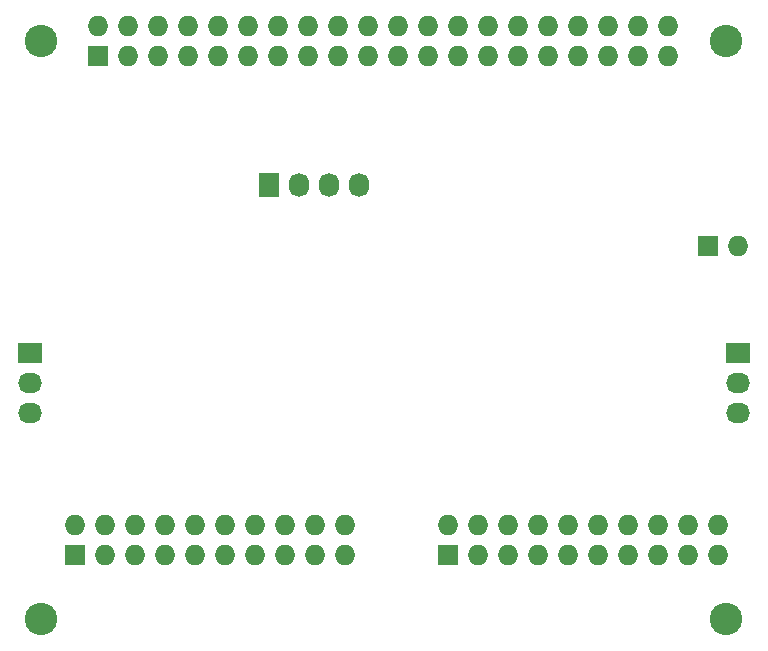
<source format=gbr>
G04 #@! TF.FileFunction,Soldermask,Bot*
%FSLAX46Y46*%
G04 Gerber Fmt 4.6, Leading zero omitted, Abs format (unit mm)*
G04 Created by KiCad (PCBNEW 4.0.1-stable) date 5/21/2016 11:07:08 PM*
%MOMM*%
G01*
G04 APERTURE LIST*
%ADD10C,0.150000*%
%ADD11R,2.032000X1.727200*%
%ADD12O,2.032000X1.727200*%
%ADD13R,1.727200X1.727200*%
%ADD14O,1.727200X1.727200*%
%ADD15C,2.750000*%
%ADD16R,1.727200X2.032000*%
%ADD17O,1.727200X2.032000*%
G04 APERTURE END LIST*
D10*
D11*
X62546000Y-29916000D03*
D12*
X62546000Y-32456000D03*
X62546000Y-34996000D03*
D11*
X2602000Y-29916000D03*
D12*
X2602000Y-32456000D03*
X2602000Y-34996000D03*
D13*
X6361200Y-47035600D03*
D14*
X6361200Y-44495600D03*
X8901200Y-47035600D03*
X8901200Y-44495600D03*
X11441200Y-47035600D03*
X11441200Y-44495600D03*
X13981200Y-47035600D03*
X13981200Y-44495600D03*
X16521200Y-47035600D03*
X16521200Y-44495600D03*
X19061200Y-47035600D03*
X19061200Y-44495600D03*
X21601200Y-47035600D03*
X21601200Y-44495600D03*
X24141200Y-47035600D03*
X24141200Y-44495600D03*
X26681200Y-47035600D03*
X26681200Y-44495600D03*
X29221200Y-47035600D03*
X29221200Y-44495600D03*
D13*
X37958800Y-47035600D03*
D14*
X37958800Y-44495600D03*
X40498800Y-47035600D03*
X40498800Y-44495600D03*
X43038800Y-47035600D03*
X43038800Y-44495600D03*
X45578800Y-47035600D03*
X45578800Y-44495600D03*
X48118800Y-47035600D03*
X48118800Y-44495600D03*
X50658800Y-47035600D03*
X50658800Y-44495600D03*
X53198800Y-47035600D03*
X53198800Y-44495600D03*
X55738800Y-47035600D03*
X55738800Y-44495600D03*
X58278800Y-47035600D03*
X58278800Y-44495600D03*
X60818800Y-47035600D03*
X60818800Y-44495600D03*
D13*
X59942500Y-20899000D03*
D14*
X62482500Y-20899000D03*
D13*
X8370000Y-4770000D03*
D14*
X8370000Y-2230000D03*
X10910000Y-4770000D03*
X10910000Y-2230000D03*
X13450000Y-4770000D03*
X13450000Y-2230000D03*
X15990000Y-4770000D03*
X15990000Y-2230000D03*
X18530000Y-4770000D03*
X18530000Y-2230000D03*
X21070000Y-4770000D03*
X21070000Y-2230000D03*
X23610000Y-4770000D03*
X23610000Y-2230000D03*
X26150000Y-4770000D03*
X26150000Y-2230000D03*
X28690000Y-4770000D03*
X28690000Y-2230000D03*
X31230000Y-4770000D03*
X31230000Y-2230000D03*
X33770000Y-4770000D03*
X33770000Y-2230000D03*
X36310000Y-4770000D03*
X36310000Y-2230000D03*
X38850000Y-4770000D03*
X38850000Y-2230000D03*
X41390000Y-4770000D03*
X41390000Y-2230000D03*
X43930000Y-4770000D03*
X43930000Y-2230000D03*
X46470000Y-4770000D03*
X46470000Y-2230000D03*
X49010000Y-4770000D03*
X49010000Y-2230000D03*
X51550000Y-4770000D03*
X51550000Y-2230000D03*
X54090000Y-4770000D03*
X54090000Y-2230000D03*
X56630000Y-4770000D03*
X56630000Y-2230000D03*
D15*
X3500000Y-3500000D03*
X61500000Y-3500000D03*
X3500000Y-52500000D03*
X61500000Y-52500000D03*
D16*
X22834600Y-15748000D03*
D17*
X25374600Y-15748000D03*
X27914600Y-15748000D03*
X30454600Y-15748000D03*
M02*

</source>
